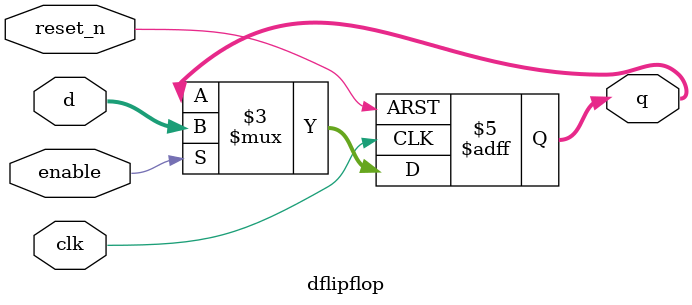
<source format=sv>

module dflipflop
    (input  logic clk,
	  input  logic reset_n,
	  input  logic enable,
     input  logic [15:0] d,
     output logic [15:0] q);
	  

    always_ff@(posedge clk,negedge reset_n)
		if(!reset_n)
		  q <= 16'b0;
		  
		else if (enable)
	     q <= d;
			

endmodule
</source>
